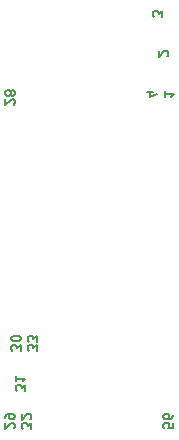
<source format=gbr>
%TF.GenerationSoftware,KiCad,Pcbnew,(6.0.7-1)-1*%
%TF.CreationDate,2022-08-23T13:11:12-05:00*%
%TF.ProjectId,NR1B-ST56,4e523142-2d53-4543-9536-2e6b69636164,rev?*%
%TF.SameCoordinates,Original*%
%TF.FileFunction,Legend,Bot*%
%TF.FilePolarity,Positive*%
%FSLAX46Y46*%
G04 Gerber Fmt 4.6, Leading zero omitted, Abs format (unit mm)*
G04 Created by KiCad (PCBNEW (6.0.7-1)-1) date 2022-08-23 13:11:12*
%MOMM*%
%LPD*%
G01*
G04 APERTURE LIST*
%ADD10C,0.150000*%
G04 APERTURE END LIST*
D10*
%TO.C,U1*%
X204972170Y-134416877D02*
X204438837Y-134416877D01*
X205276932Y-134607353D02*
X204705503Y-134797829D01*
X204705503Y-134302591D01*
X206638837Y-162459734D02*
X206638837Y-162840686D01*
X206257884Y-162878781D01*
X206295980Y-162840686D01*
X206334075Y-162764496D01*
X206334075Y-162574019D01*
X206295980Y-162497829D01*
X206257884Y-162459734D01*
X206181694Y-162421638D01*
X205991218Y-162421638D01*
X205915027Y-162459734D01*
X205876932Y-162497829D01*
X205838837Y-162574019D01*
X205838837Y-162764496D01*
X205876932Y-162840686D01*
X205915027Y-162878781D01*
X206638837Y-161735924D02*
X206638837Y-161888305D01*
X206600742Y-161964496D01*
X206562646Y-162002591D01*
X206448361Y-162078781D01*
X206295980Y-162116877D01*
X205991218Y-162116877D01*
X205915027Y-162078781D01*
X205876932Y-162040686D01*
X205838837Y-161964496D01*
X205838837Y-161812115D01*
X205876932Y-161735924D01*
X205915027Y-161697829D01*
X205991218Y-161659734D01*
X206181694Y-161659734D01*
X206257884Y-161697829D01*
X206295980Y-161735924D01*
X206334075Y-161812115D01*
X206334075Y-161964496D01*
X206295980Y-162040686D01*
X206257884Y-162078781D01*
X206181694Y-162116877D01*
X194138837Y-159716877D02*
X194138837Y-159221638D01*
X193834075Y-159488305D01*
X193834075Y-159374019D01*
X193795980Y-159297829D01*
X193757884Y-159259734D01*
X193681694Y-159221638D01*
X193491218Y-159221638D01*
X193415027Y-159259734D01*
X193376932Y-159297829D01*
X193338837Y-159374019D01*
X193338837Y-159602591D01*
X193376932Y-159678781D01*
X193415027Y-159716877D01*
X193338837Y-158459734D02*
X193338837Y-158916877D01*
X193338837Y-158688305D02*
X194138837Y-158688305D01*
X194024551Y-158764496D01*
X193948361Y-158840686D01*
X193910265Y-158916877D01*
X193162646Y-135478781D02*
X193200742Y-135440686D01*
X193238837Y-135364496D01*
X193238837Y-135174019D01*
X193200742Y-135097829D01*
X193162646Y-135059734D01*
X193086456Y-135021638D01*
X193010265Y-135021638D01*
X192895980Y-135059734D01*
X192438837Y-135516877D01*
X192438837Y-135021638D01*
X192895980Y-134564496D02*
X192934075Y-134640686D01*
X192972170Y-134678781D01*
X193048361Y-134716877D01*
X193086456Y-134716877D01*
X193162646Y-134678781D01*
X193200742Y-134640686D01*
X193238837Y-134564496D01*
X193238837Y-134412115D01*
X193200742Y-134335924D01*
X193162646Y-134297829D01*
X193086456Y-134259734D01*
X193048361Y-134259734D01*
X192972170Y-134297829D01*
X192934075Y-134335924D01*
X192895980Y-134412115D01*
X192895980Y-134564496D01*
X192857884Y-134640686D01*
X192819789Y-134678781D01*
X192743599Y-134716877D01*
X192591218Y-134716877D01*
X192515027Y-134678781D01*
X192476932Y-134640686D01*
X192438837Y-134564496D01*
X192438837Y-134412115D01*
X192476932Y-134335924D01*
X192515027Y-134297829D01*
X192591218Y-134259734D01*
X192743599Y-134259734D01*
X192819789Y-134297829D01*
X192857884Y-134335924D01*
X192895980Y-134412115D01*
X206162646Y-131397829D02*
X206200742Y-131359734D01*
X206238837Y-131283543D01*
X206238837Y-131093067D01*
X206200742Y-131016877D01*
X206162646Y-130978781D01*
X206086456Y-130940686D01*
X206010265Y-130940686D01*
X205895980Y-130978781D01*
X205438837Y-131435924D01*
X205438837Y-130940686D01*
X193162646Y-162878781D02*
X193200742Y-162840686D01*
X193238837Y-162764496D01*
X193238837Y-162574019D01*
X193200742Y-162497829D01*
X193162646Y-162459734D01*
X193086456Y-162421638D01*
X193010265Y-162421638D01*
X192895980Y-162459734D01*
X192438837Y-162916877D01*
X192438837Y-162421638D01*
X192438837Y-162040686D02*
X192438837Y-161888305D01*
X192476932Y-161812115D01*
X192515027Y-161774019D01*
X192629313Y-161697829D01*
X192781694Y-161659734D01*
X193086456Y-161659734D01*
X193162646Y-161697829D01*
X193200742Y-161735924D01*
X193238837Y-161812115D01*
X193238837Y-161964496D01*
X193200742Y-162040686D01*
X193162646Y-162078781D01*
X193086456Y-162116877D01*
X192895980Y-162116877D01*
X192819789Y-162078781D01*
X192781694Y-162040686D01*
X192743599Y-161964496D01*
X192743599Y-161812115D01*
X192781694Y-161735924D01*
X192819789Y-161697829D01*
X192895980Y-161659734D01*
X193738837Y-156316877D02*
X193738837Y-155821638D01*
X193434075Y-156088305D01*
X193434075Y-155974019D01*
X193395980Y-155897829D01*
X193357884Y-155859734D01*
X193281694Y-155821638D01*
X193091218Y-155821638D01*
X193015027Y-155859734D01*
X192976932Y-155897829D01*
X192938837Y-155974019D01*
X192938837Y-156202591D01*
X192976932Y-156278781D01*
X193015027Y-156316877D01*
X193738837Y-155326400D02*
X193738837Y-155250210D01*
X193700742Y-155174019D01*
X193662646Y-155135924D01*
X193586456Y-155097829D01*
X193434075Y-155059734D01*
X193243599Y-155059734D01*
X193091218Y-155097829D01*
X193015027Y-155135924D01*
X192976932Y-155174019D01*
X192938837Y-155250210D01*
X192938837Y-155326400D01*
X192976932Y-155402591D01*
X193015027Y-155440686D01*
X193091218Y-155478781D01*
X193243599Y-155516877D01*
X193434075Y-155516877D01*
X193586456Y-155478781D01*
X193662646Y-155440686D01*
X193700742Y-155402591D01*
X193738837Y-155326400D01*
X195138837Y-156316877D02*
X195138837Y-155821638D01*
X194834075Y-156088305D01*
X194834075Y-155974019D01*
X194795980Y-155897829D01*
X194757884Y-155859734D01*
X194681694Y-155821638D01*
X194491218Y-155821638D01*
X194415027Y-155859734D01*
X194376932Y-155897829D01*
X194338837Y-155974019D01*
X194338837Y-156202591D01*
X194376932Y-156278781D01*
X194415027Y-156316877D01*
X195138837Y-155554972D02*
X195138837Y-155059734D01*
X194834075Y-155326400D01*
X194834075Y-155212115D01*
X194795980Y-155135924D01*
X194757884Y-155097829D01*
X194681694Y-155059734D01*
X194491218Y-155059734D01*
X194415027Y-155097829D01*
X194376932Y-155135924D01*
X194338837Y-155212115D01*
X194338837Y-155440686D01*
X194376932Y-155516877D01*
X194415027Y-155554972D01*
X194638837Y-162916877D02*
X194638837Y-162421638D01*
X194334075Y-162688305D01*
X194334075Y-162574019D01*
X194295980Y-162497829D01*
X194257884Y-162459734D01*
X194181694Y-162421638D01*
X193991218Y-162421638D01*
X193915027Y-162459734D01*
X193876932Y-162497829D01*
X193838837Y-162574019D01*
X193838837Y-162802591D01*
X193876932Y-162878781D01*
X193915027Y-162916877D01*
X194562646Y-162116877D02*
X194600742Y-162078781D01*
X194638837Y-162002591D01*
X194638837Y-161812115D01*
X194600742Y-161735924D01*
X194562646Y-161697829D01*
X194486456Y-161659734D01*
X194410265Y-161659734D01*
X194295980Y-161697829D01*
X193838837Y-162154972D01*
X193838837Y-161659734D01*
X205938837Y-134340686D02*
X205938837Y-134797829D01*
X205938837Y-134569258D02*
X206738837Y-134569258D01*
X206624551Y-134645448D01*
X206548361Y-134721638D01*
X206510265Y-134797829D01*
X205738837Y-128035924D02*
X205738837Y-127540686D01*
X205434075Y-127807353D01*
X205434075Y-127693067D01*
X205395980Y-127616877D01*
X205357884Y-127578781D01*
X205281694Y-127540686D01*
X205091218Y-127540686D01*
X205015027Y-127578781D01*
X204976932Y-127616877D01*
X204938837Y-127693067D01*
X204938837Y-127921638D01*
X204976932Y-127997829D01*
X205015027Y-128035924D01*
%TD*%
M02*

</source>
